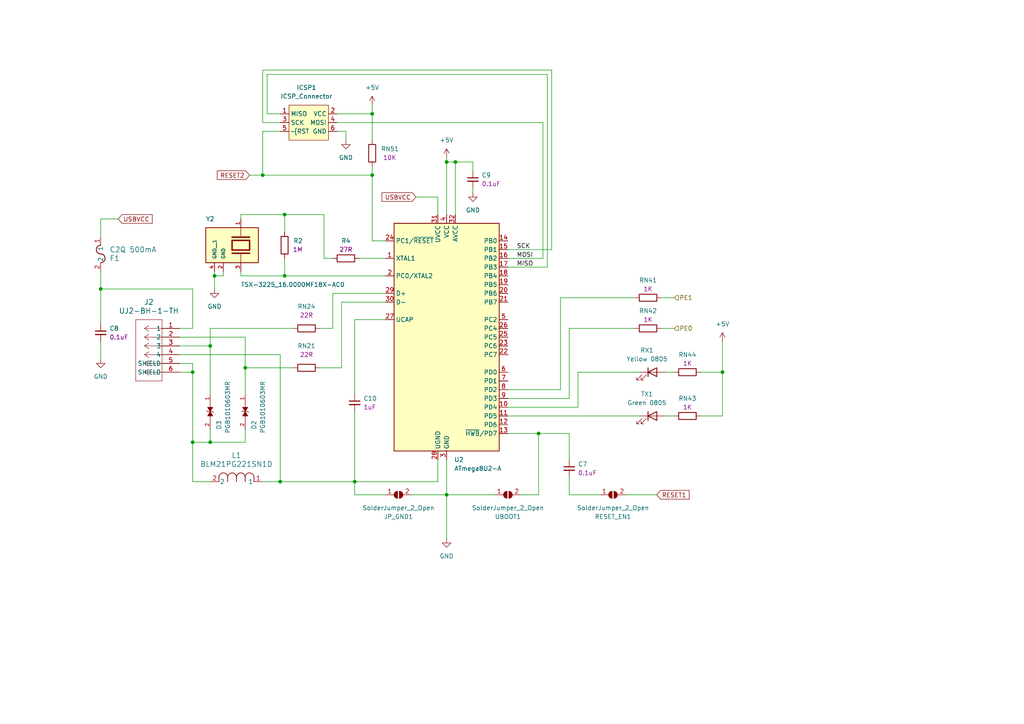
<source format=kicad_sch>
(kicad_sch (version 20250114) (generator "eeschema") (generator_version "9.0")
  (paper "A4")
  (lib_symbols
    (symbol "BelFuse_C2Q500:C2Q_500" (pin_names (offset 0.254))
      (property "Reference" "F" (at 5.08 3.175 0))
      (property "Value" "C2Q 500" (at 5.08 -3.175 0))
      (symbol "C2Q_500_1_1"
        (arc (start 2.54 0) (mid 3.81 1.2645) (end 5.08 0) (stroke (width 0.254)))
        (arc (start 7.62 0) (mid 6.35 -1.2645) (end 5.08 0) (stroke (width 0.254)))
        (pin unspecified line (at 0 0 0) (length 2.54) (name "1") (number "1"))
        (pin unspecified line (at 10.16 0 180) (length 2.54) (name "2") (number "2"))
      )
      (symbol "C2Q_500_1_2"
        (arc (start 0 7.62) (mid 1.2645 6.35) (end 0 5.08) (stroke (width 0.254)))
        (arc (start 0 2.54) (mid -1.2645 3.81) (end 0 5.08) (stroke (width 0.254)))
        (pin unspecified line (at 0 10.16 270) (length 2.54) (name "2") (number "2"))
        (pin unspecified line (at 0 0 90) (length 2.54) (name "1") (number "1"))
      )
    )
    (symbol "CUI_USBtypeB_UJ2-BH-1-TH:UJ2-BH-1-TH" (pin_names (offset 0.254))
      (property "Reference" "J" (at 8.89 6.35 0))
      (property "Value" "UJ2-BH-1-TH" (at 0 0 0))
      (symbol "UJ2-BH-1-TH_1_1"
        (polyline (pts (xy 5.08 2.54) (xy 5.08 -15.24)) (stroke (width 0.127)))
        (polyline (pts (xy 5.08 -15.24) (xy 12.7 -15.24)) (stroke (width 0.127)))
        (polyline (pts (xy 10.16 0) (xy 5.08 0)) (stroke (width 0.127)))
        (polyline (pts (xy 10.16 0) (xy 8.89 0.8467)) (stroke (width 0.127)))
        (polyline (pts (xy 10.16 0) (xy 8.89 -0.8467)) (stroke (width 0.127)))
        (polyline (pts (xy 10.16 -2.54) (xy 5.08 -2.54)) (stroke (width 0.127)))
        (polyline (pts (xy 10.16 -2.54) (xy 8.89 -1.6933)) (stroke (width 0.127)))
        (polyline (pts (xy 10.16 -2.54) (xy 8.89 -3.3867)) (stroke (width 0.127)))
        (polyline (pts (xy 10.16 -5.08) (xy 5.08 -5.08)) (stroke (width 0.127)))
        (polyline (pts (xy 10.16 -5.08) (xy 8.89 -4.2333)) (stroke (width 0.127)))
        (polyline (pts (xy 10.16 -5.08) (xy 8.89 -5.9267)) (stroke (width 0.127)))
        (polyline (pts (xy 10.16 -7.62) (xy 5.08 -7.62)) (stroke (width 0.127)))
        (polyline (pts (xy 10.16 -7.62) (xy 8.89 -6.7733)) (stroke (width 0.127)))
        (polyline (pts (xy 10.16 -7.62) (xy 8.89 -8.4667)) (stroke (width 0.127)))
        (polyline (pts (xy 10.16 -10.16) (xy 5.08 -10.16)) (stroke (width 0.127)))
        (polyline (pts (xy 10.16 -10.16) (xy 8.89 -9.3133)) (stroke (width 0.127)))
        (polyline (pts (xy 10.16 -10.16) (xy 8.89 -11.0067)) (stroke (width 0.127)))
        (polyline (pts (xy 10.16 -12.7) (xy 5.08 -12.7)) (stroke (width 0.127)))
        (polyline (pts (xy 10.16 -12.7) (xy 8.89 -11.8533)) (stroke (width 0.127)))
        (polyline (pts (xy 10.16 -12.7) (xy 8.89 -13.5467)) (stroke (width 0.127)))
        (polyline (pts (xy 12.7 2.54) (xy 5.08 2.54)) (stroke (width 0.127)))
        (polyline (pts (xy 12.7 -15.24) (xy 12.7 2.54)) (stroke (width 0.127)))
        (pin unspecified line (at 0 0 0) (length 5.08) (name "1") (number "1"))
        (pin unspecified line (at 0 -2.54 0) (length 5.08) (name "2") (number "2"))
        (pin unspecified line (at 0 -5.08 0) (length 5.08) (name "3") (number "3"))
        (pin unspecified line (at 0 -7.62 0) (length 5.08) (name "4") (number "4"))
        (pin unspecified line (at 0 -10.16 0) (length 5.08) (name "SHIELD") (number "5"))
        (pin unspecified line (at 0 -12.7 0) (length 5.08) (name "SHIELD") (number "6"))
      )
      (symbol "UJ2-BH-1-TH_1_2"
        (polyline (pts (xy 5.08 2.54) (xy 5.08 -15.24)) (stroke (width 0.127)))
        (polyline (pts (xy 5.08 -15.24) (xy 12.7 -15.24)) (stroke (width 0.127)))
        (polyline (pts (xy 7.62 0) (xy 5.08 0)) (stroke (width 0.127)))
        (polyline (pts (xy 7.62 0) (xy 8.89 0.8467)) (stroke (width 0.127)))
        (polyline (pts (xy 7.62 0) (xy 8.89 -0.8467)) (stroke (width 0.127)))
        (polyline (pts (xy 7.62 -2.54) (xy 5.08 -2.54)) (stroke (width 0.127)))
        (polyline (pts (xy 7.62 -2.54) (xy 8.89 -1.6933)) (stroke (width 0.127)))
        (polyline (pts (xy 7.62 -2.54) (xy 8.89 -3.3867)) (stroke (width 0.127)))
        (polyline (pts (xy 7.62 -5.08) (xy 5.08 -5.08)) (stroke (width 0.127)))
        (polyline (pts (xy 7.62 -5.08) (xy 8.89 -4.2333)) (stroke (width 0.127)))
        (polyline (pts (xy 7.62 -5.08) (xy 8.89 -5.9267)) (stroke (width 0.127)))
        (polyline (pts (xy 7.62 -7.62) (xy 5.08 -7.62)) (stroke (width 0.127)))
        (polyline (pts (xy 7.62 -7.62) (xy 8.89 -6.7733)) (stroke (width 0.127)))
        (polyline (pts (xy 7.62 -7.62) (xy 8.89 -8.4667)) (stroke (width 0.127)))
        (polyline (pts (xy 7.62 -10.16) (xy 5.08 -10.16)) (stroke (width 0.127)))
        (polyline (pts (xy 7.62 -10.16) (xy 8.89 -9.3133)) (stroke (width 0.127)))
        (polyline (pts (xy 7.62 -10.16) (xy 8.89 -11.0067)) (stroke (width 0.127)))
        (polyline (pts (xy 7.62 -12.7) (xy 5.08 -12.7)) (stroke (width 0.127)))
        (polyline (pts (xy 7.62 -12.7) (xy 8.89 -11.8533)) (stroke (width 0.127)))
        (polyline (pts (xy 7.62 -12.7) (xy 8.89 -13.5467)) (stroke (width 0.127)))
        (polyline (pts (xy 12.7 2.54) (xy 5.08 2.54)) (stroke (width 0.127)))
        (polyline (pts (xy 12.7 -15.24) (xy 12.7 2.54)) (stroke (width 0.127)))
        (pin unspecified line (at 0 0 0) (length 5.08) (name "1") (number "1"))
        (pin unspecified line (at 0 -2.54 0) (length 5.08) (name "2") (number "2"))
        (pin unspecified line (at 0 -5.08 0) (length 5.08) (name "3") (number "3"))
        (pin unspecified line (at 0 -7.62 0) (length 5.08) (name "4") (number "4"))
        (pin unspecified line (at 0 -10.16 0) (length 5.08) (name "SHIELD") (number "5"))
        (pin unspecified line (at 0 -12.7 0) (length 5.08) (name "SHIELD") (number "6"))
      )
    )
    (symbol "Device:LED" (pin_numbers (hide yes)) (pin_names (offset 1.016) (hide yes))
      (property "Reference" "D" (at 0 2.54 0))
      (property "Value" "LED" (at 0 -2.54 0))
      (symbol "LED_0_1"
        (polyline (pts (xy -3.048 -0.762) (xy -4.572 -2.286) (xy -3.81 -2.286) (xy -4.572 -2.286) (xy -4.572 -1.524)))
        (polyline (pts (xy -1.778 -0.762) (xy -3.302 -2.286) (xy -2.54 -2.286) (xy -3.302 -2.286) (xy -3.302 -1.524)))
        (polyline (pts (xy -1.27 0) (xy 1.27 0)))
        (polyline (pts (xy -1.27 -1.27) (xy -1.27 1.27)) (stroke (width 0.254)))
        (polyline (pts (xy 1.27 -1.27) (xy 1.27 1.27) (xy -1.27 0) (xy 1.27 -1.27)) (stroke (width 0.254)))
      )
      (symbol "LED_1_1"
        (pin passive line (at -3.81 0 0) (length 2.54) (name "K") (number "1"))
        (pin passive line (at 3.81 0 180) (length 2.54) (name "A") (number "2"))
      )
    )
    (symbol "EPSON-TSX-3225-16MF18X-AC0:TSX-3225_16.0000MF18X-AC0" (pin_names (offset 1.016))
      (property "Reference" "Y" (at -5.0878 6.3559 0))
      (property "Value" "TSX-3225_16.0000MF18X-AC0" (at -5.0944 -12.7 0))
      (symbol "TSX-3225_16.0000MF18X-AC0_0_0"
        (polyline (pts (xy -5.08 0) (xy -2.54 0)) (stroke (width 0.1524)))
        (rectangle (start -5.08 -10.16) (end 5.08 5.08) (stroke (width 0.254)) (fill (type background)))
        (polyline (pts (xy -2.3368 2.54) (xy -2.3368 -2.54)) (stroke (width 0.4064)))
        (polyline (pts (xy -1.397 2.54) (xy -1.397 -2.54)) (stroke (width 0.4064)))
        (polyline (pts (xy -1.397 2.54) (xy 1.397 2.54)) (stroke (width 0.4064)))
        (polyline (pts (xy 1.397 2.54) (xy 1.397 -2.54)) (stroke (width 0.4064)))
        (polyline (pts (xy 1.397 -2.54) (xy -1.397 -2.54)) (stroke (width 0.4064)))
        (polyline (pts (xy 2.3368 2.54) (xy 2.3368 -2.54)) (stroke (width 0.4064)))
        (polyline (pts (xy 2.54 0) (xy 5.08 0)) (stroke (width 0.1524)))
        (pin passive line (at -7.62 0 0) (length 2.54) (name "~") (number "1"))
        (pin passive line (at 7.62 0 180) (length 2.54) (name "~") (number "3"))
        (pin power_in line (at 7.62 -5.08 180) (length 2.54) (name "GND") (number "2"))
        (pin power_in line (at 7.62 -7.62 180) (length 2.54) (name "GND__1") (number "4"))
      )
    )
    (symbol "Jumper:SolderJumper_2_Open" (pin_names (offset 0) (hide yes))
      (property "Reference" "JP" (at 0 2.032 0))
      (property "Value" "SolderJumper_2_Open" (at 0 -2.54 0))
      (symbol "SolderJumper_2_Open_0_1"
        (polyline (pts (xy -0.254 1.016) (xy -0.254 -1.016)))
        (arc (start -0.254 -1.016) (mid -1.2656 0) (end -0.254 1.016))
        (arc (start -0.254 -1.016) (mid -1.2656 0) (end -0.254 1.016) (fill (type outline)))
        (arc (start 0.254 1.016) (mid 1.2656 0) (end 0.254 -1.016))
        (arc (start 0.254 1.016) (mid 1.2656 0) (end 0.254 -1.016) (fill (type outline)))
        (polyline (pts (xy 0.254 1.016) (xy 0.254 -1.016)))
      )
      (symbol "SolderJumper_2_Open_1_1"
        (pin passive line (at -3.81 0 0) (length 2.54) (name "A") (number "1"))
        (pin passive line (at 3.81 0 180) (length 2.54) (name "B") (number "2"))
      )
    )
    (symbol "Littelfuse_DiodeZ-TVS-PGB1010603MR:PGB1010603MR" (pin_names (offset 1.016))
      (property "Reference" "D" (at -5.08 2.54 0))
      (property "Value" "PGB1010603MR" (at -5.08 -5.08 0))
      (symbol "PGB1010603MR_0_0"
        (polyline (pts (xy -1.27 0) (xy -2.54 0)) (stroke (width 0.1524)))
        (polyline (pts (xy 0 0.762) (xy 0.254 1.016)) (stroke (width 0.1524)))
        (polyline (pts (xy 0 0) (xy -1.27 -0.762) (xy -1.27 0.762) (xy 0 0)) (stroke (width 0.1524)) (fill (type outline)))
        (polyline (pts (xy 0 0) (xy 1.27 0.762) (xy 1.27 -0.762) (xy 0 0)) (stroke (width 0.1524)) (fill (type outline)))
        (polyline (pts (xy 0 -0.762) (xy -0.254 -1.016)) (stroke (width 0.1524)))
        (polyline (pts (xy 0 -0.762) (xy 0 0.762)) (stroke (width 0.1524)))
        (polyline (pts (xy 1.27 0) (xy 2.54 0)) (stroke (width 0.1524)))
        (pin passive line (at -5.08 0 0) (length 2.54) (name "~") (number "1"))
        (pin passive line (at 5.08 0 180) (length 2.54) (name "~") (number "2"))
      )
    )
    (symbol "MCU_Microchip_ATmega:ATmega8U2-A"
      (property "Reference" "U" (at -15.24 34.29 0))
      (property "Value" "ATmega8U2-A" (at 2.54 -34.29 0))
      (symbol "ATmega8U2-A_0_1"
        (rectangle (start -15.24 -33.02) (end 15.24 33.02) (stroke (width 0.254)) (fill (type background)))
      )
      (symbol "ATmega8U2-A_1_1"
        (pin bidirectional line (at -17.78 27.94 0) (length 2.54) (name "PC1/~{RESET}") (number "24"))
        (pin input line (at -17.78 22.86 0) (length 2.54) (name "XTAL1") (number "1"))
        (pin bidirectional line (at -17.78 17.78 0) (length 2.54) (name "PC0/XTAL2") (number "2"))
        (pin bidirectional line (at -17.78 12.7 0) (length 2.54) (name "D+") (number "29"))
        (pin bidirectional line (at -17.78 10.16 0) (length 2.54) (name "D-") (number "30"))
        (pin passive line (at -17.78 5.08 0) (length 2.54) (name "UCAP") (number "27"))
        (pin power_in line (at -2.54 35.56 270) (length 2.54) (name "UVCC") (number "31"))
        (pin power_in line (at -2.54 -35.56 90) (length 2.54) (name "UGND") (number "28"))
        (pin power_in line (at 0 35.56 270) (length 2.54) (name "VCC") (number "4"))
        (pin power_in line (at 0 -35.56 90) (length 2.54) (name "GND") (number "3"))
        (pin power_in line (at 2.54 35.56 270) (length 2.54) (name "AVCC") (number "32"))
        (pin bidirectional line (at 17.78 27.94 180) (length 2.54) (name "PB0") (number "14"))
        (pin bidirectional line (at 17.78 25.4 180) (length 2.54) (name "PB1") (number "15"))
        (pin bidirectional line (at 17.78 22.86 180) (length 2.54) (name "PB2") (number "16"))
        (pin bidirectional line (at 17.78 20.32 180) (length 2.54) (name "PB3") (number "17"))
        (pin bidirectional line (at 17.78 17.78 180) (length 2.54) (name "PB4") (number "18"))
        (pin bidirectional line (at 17.78 15.24 180) (length 2.54) (name "PB5") (number "19"))
        (pin bidirectional line (at 17.78 12.7 180) (length 2.54) (name "PB6") (number "20"))
        (pin bidirectional line (at 17.78 10.16 180) (length 2.54) (name "PB7") (number "21"))
        (pin bidirectional line (at 17.78 5.08 180) (length 2.54) (name "PC2") (number "5"))
        (pin bidirectional line (at 17.78 2.54 180) (length 2.54) (name "PC4") (number "26"))
        (pin bidirectional line (at 17.78 0 180) (length 2.54) (name "PC5") (number "25"))
        (pin bidirectional line (at 17.78 -2.54 180) (length 2.54) (name "PC6") (number "23"))
        (pin bidirectional line (at 17.78 -5.08 180) (length 2.54) (name "PC7") (number "22"))
        (pin bidirectional line (at 17.78 -10.16 180) (length 2.54) (name "PD0") (number "6"))
        (pin bidirectional line (at 17.78 -12.7 180) (length 2.54) (name "PD1") (number "7"))
        (pin bidirectional line (at 17.78 -15.24 180) (length 2.54) (name "PD2") (number "8"))
        (pin bidirectional line (at 17.78 -17.78 180) (length 2.54) (name "PD3") (number "9"))
        (pin bidirectional line (at 17.78 -20.32 180) (length 2.54) (name "PD4") (number "10"))
        (pin bidirectional line (at 17.78 -22.86 180) (length 2.54) (name "PD5") (number "11"))
        (pin bidirectional line (at 17.78 -25.4 180) (length 2.54) (name "PD6") (number "12"))
        (pin bidirectional line (at 17.78 -27.94 180) (length 2.54) (name "~{HWB}/PD7") (number "13"))
      )
    )
    (symbol "Murata_BLM21PG221SN1D:BLM21PG221SN1D" (pin_names (offset 0.254))
      (property "Reference" "L" (at 6.985 5.08 0))
      (property "Value" "BLM21PG221SN1D" (at 6.985 -2.54 0))
      (symbol "BLM21PG221SN1D_1_1"
        (polyline (pts (xy 2.54 0) (xy 2.54 1.27)) (stroke (width 0.2032)))
        (arc (start 2.54 1.27) (mid 3.81 2.5345) (end 5.08 1.27) (stroke (width 0.2032)))
        (polyline (pts (xy 5.08 0) (xy 5.08 1.27)) (stroke (width 0.2032)))
        (arc (start 5.08 1.27) (mid 6.35 2.5345) (end 7.62 1.27) (stroke (width 0.2032)))
        (polyline (pts (xy 7.62 0) (xy 7.62 1.27)) (stroke (width 0.2032)))
        (arc (start 7.62 1.27) (mid 8.89 2.5345) (end 10.16 1.27) (stroke (width 0.2032)))
        (polyline (pts (xy 10.16 0) (xy 10.16 1.27)) (stroke (width 0.2032)))
        (arc (start 10.16 1.27) (mid 11.43 2.5345) (end 12.7 1.27) (stroke (width 0.2032)))
        (polyline (pts (xy 12.7 0) (xy 12.7 1.27)) (stroke (width 0.2032)))
        (pin unspecified line (at 0 0 0) (length 2.54) (name "2") (number "2"))
        (pin unspecified line (at 15.24 0 180) (length 2.54) (name "1") (number "1"))
      )
      (symbol "BLM21PG221SN1D_1_2"
        (arc (start -1.27 10.16) (mid -2.5345 11.43) (end -1.27 12.7) (stroke (width 0.2032)))
        (arc (start -1.27 7.62) (mid -2.5345 8.89) (end -1.27 10.16) (stroke (width 0.2032)))
        (arc (start -1.27 5.08) (mid -2.5345 6.35) (end -1.27 7.62) (stroke (width 0.2032)))
        (arc (start -1.27 2.54) (mid -2.5345 3.81) (end -1.27 5.08) (stroke (width 0.2032)))
        (polyline (pts (xy 0 12.7) (xy -1.27 12.7)) (stroke (width 0.2032)))
        (polyline (pts (xy 0 10.16) (xy -1.27 10.16)) (stroke (width 0.2032)))
        (polyline (pts (xy 0 7.62) (xy -1.27 7.62)) (stroke (width 0.2032)))
        (polyline (pts (xy 0 5.08) (xy -1.27 5.08)) (stroke (width 0.2032)))
        (polyline (pts (xy 0 2.54) (xy -1.27 2.54)) (stroke (width 0.2032)))
        (pin unspecified line (at 0 15.24 270) (length 2.54) (name "1") (number "1"))
        (pin unspecified line (at 0 0 90) (length 2.54) (name "2") (number "2"))
      )
    )
    (symbol "PCM_4ms_Capacitor:100nF_0603_16V" (pin_numbers (hide yes)) (pin_names (offset 0.254) (hide yes))
      (property "Reference" "C" (at 1.905 1.27 0))
      (property "Display" "0.1uF" (at 1.905 -1.27 0))
      (symbol "100nF_0603_16V_0_1"
        (polyline (pts (xy -1.524 0.508) (xy 1.524 0.508)) (stroke (width 0.3048)))
        (polyline (pts (xy -1.524 -0.508) (xy 1.524 -0.508)) (stroke (width 0.3302)))
      )
      (symbol "100nF_0603_16V_1_1"
        (pin passive line (at 0 2.54 270) (length 2.032) (name "~") (number "1"))
        (pin passive line (at 0 -2.54 90) (length 2.032) (name "~") (number "2"))
      )
    )
    (symbol "PCM_Resistor_AKL:R_0603" (pin_numbers (hide yes)) (pin_names (offset 0))
      (property "Reference" "R" (at 2.54 1.27 0))
      (property "Value" "R_0603" (at 2.54 -1.27 0))
      (symbol "R_0603_0_1"
        (rectangle (start -1.016 -2.54) (end 1.016 2.54) (stroke (width 0.254)))
      )
      (symbol "R_0603_1_1"
        (pin passive line (at 0 3.81 270) (length 1.27) (name "~") (number "1"))
        (pin passive line (at 0 -3.81 90) (length 1.27) (name "~") (number "2"))
      )
    )
    (symbol "PCM_SL_Connectors:ICSP_Connector"
      (property "Reference" "J" (at 0 8.89 0))
      (property "Value" "ICSP_Connector" (at 0 6.35 0))
      (symbol "ICSP_Connector_0_1"
        (rectangle (start -5.08 5.08) (end 6.35 -5.08) (fill (type background)))
        (rectangle (start 10.16 1.27) (end 10.16 1.27))
      )
      (symbol "ICSP_Connector_1_1"
        (pin bidirectional line (at -7.62 2.54 0) (length 2.54) (name "MISO") (number "1"))
        (pin input line (at -7.62 0 0) (length 2.54) (name "SCK") (number "3"))
        (pin input line (at -7.62 -2.54 0) (length 2.54) (name "~{RST") (number "5"))
        (pin power_in line (at 8.89 2.54 180) (length 2.54) (name "VCC") (number "2"))
        (pin bidirectional line (at 8.89 0 180) (length 2.54) (name "MOSI") (number "4"))
        (pin power_in line (at 8.89 -2.54 180) (length 2.54) (name "GND") (number "6"))
      )
    )
    (symbol "power:+5V" (power) (pin_names (offset 0))
      (property "Value" "+5V" (at 0 3.556 0))
      (symbol "+5V_0_1"
        (polyline (pts (xy -0.762 1.27) (xy 0 2.54)))
        (polyline (pts (xy 0 2.54) (xy 0.762 1.27)))
        (polyline (pts (xy 0 0) (xy 0 2.54)))
      )
      (symbol "+5V_1_1"
        (pin power_in line (at 0 0 90) (length 0) (hide yes) (name "+5V") (number "1"))
      )
    )
    (symbol "power:GND" (power) (pin_names (offset 0))
      (property "Value" "GND" (at 0 -3.81 0))
      (symbol "GND_0_1"
        (polyline (pts (xy 0 0) (xy 0 -1.27) (xy 1.27 -1.27) (xy 0 -2.54) (xy -1.27 -1.27) (xy 0 -1.27)))
      )
      (symbol "GND_1_1"
        (pin power_in line (at 0 0 270) (length 0) (hide yes) (name "GND") (number "1"))
      )
    )
  )
  (junction (at 62.23 80.01))
  (junction (at 82.55 80.01))
  (junction (at 129.54 46.99))
  (junction (at 107.95 50.8))
  (junction (at 55.88 128.27))
  (junction (at 55.88 107.95))
  (junction (at 71.12 106.68))
  (junction (at 129.54 143.51))
  (junction (at 209.55 107.95))
  (junction (at 102.87 139.7))
  (junction (at 156.21 125.73))
  (junction (at 29.21 83.82))
  (junction (at 81.28 139.7))
  (junction (at 107.95 33.02))
  (junction (at 60.96 128.27))
  (junction (at 76.2 50.8))
  (junction (at 132.08 46.99))
  (junction (at 60.96 100.33))
  (junction (at 82.55 62.23))
  (wire (pts (xy 158.75 21.59) (xy 158.75 77.47)))
  (wire (pts (xy 55.88 105.41) (xy 55.88 107.95)))
  (wire (pts (xy 107.95 33.02) (xy 107.95 40.64)))
  (wire (pts (xy 165.1 95.25) (xy 165.1 115.57)))
  (wire (pts (xy 102.87 119.38) (xy 102.87 139.7)))
  (wire (pts (xy 69.85 80.01) (xy 82.55 80.01)))
  (wire (pts (xy 52.07 107.95) (xy 55.88 107.95)))
  (wire (pts (xy 29.21 78.74) (xy 29.21 83.82)))
  (wire (pts (xy 119.38 143.51) (xy 129.54 143.51)))
  (wire (pts (xy 120.65 57.15) (xy 127 57.15)))
  (wire (pts (xy 52.07 100.33) (xy 60.96 100.33)))
  (wire (pts (xy 137.16 49.53) (xy 137.16 46.99)))
  (wire (pts (xy 99.06 87.63) (xy 99.06 106.68)))
  (wire (pts (xy 55.88 95.25) (xy 55.88 83.82)))
  (wire (pts (xy 76.2 35.56) (xy 76.2 20.32)))
  (wire (pts (xy 127 139.7) (xy 102.87 139.7)))
  (wire (pts (xy 107.95 48.26) (xy 107.95 50.8)))
  (wire (pts (xy 69.85 62.23) (xy 82.55 62.23)))
  (wire (pts (xy 62.23 80.01) (xy 62.23 83.82)))
  (wire (pts (xy 209.55 107.95) (xy 209.55 120.65)))
  (wire (pts (xy 129.54 45.72) (xy 129.54 46.99)))
  (wire (pts (xy 184.15 86.36) (xy 162.56 86.36)))
  (wire (pts (xy 69.85 62.23) (xy 69.85 63.5)))
  (wire (pts (xy 93.98 74.93) (xy 93.98 62.23)))
  (wire (pts (xy 29.21 99.06) (xy 29.21 104.14)))
  (wire (pts (xy 81.28 139.7) (xy 81.28 102.87)))
  (wire (pts (xy 107.95 30.48) (xy 107.95 33.02)))
  (wire (pts (xy 60.96 95.25) (xy 85.09 95.25)))
  (wire (pts (xy 77.47 33.02) (xy 77.47 21.59)))
  (wire (pts (xy 158.75 77.47) (xy 147.32 77.47)))
  (wire (pts (xy 72.39 50.8) (xy 76.2 50.8)))
  (wire (pts (xy 147.32 118.11) (xy 167.64 118.11)))
  (wire (pts (xy 160.02 72.39) (xy 147.32 72.39)))
  (wire (pts (xy 129.54 143.51) (xy 143.51 143.51)))
  (wire (pts (xy 165.1 133.35) (xy 165.1 125.73)))
  (wire (pts (xy 69.85 78.74) (xy 69.85 80.01)))
  (wire (pts (xy 71.12 124.46) (xy 71.12 128.27)))
  (wire (pts (xy 147.32 120.65) (xy 185.42 120.65)))
  (wire (pts (xy 181.61 143.51) (xy 190.5 143.51)))
  (wire (pts (xy 193.04 107.95) (xy 195.58 107.95)))
  (wire (pts (xy 132.08 62.23) (xy 132.08 46.99)))
  (wire (pts (xy 195.58 86.36) (xy 191.77 86.36)))
  (wire (pts (xy 60.96 139.7) (xy 55.88 139.7)))
  (wire (pts (xy 52.07 97.79) (xy 71.12 97.79)))
  (wire (pts (xy 81.28 102.87) (xy 52.07 102.87)))
  (wire (pts (xy 34.29 63.5) (xy 29.21 63.5)))
  (wire (pts (xy 157.48 35.56) (xy 157.48 74.93)))
  (wire (pts (xy 102.87 143.51) (xy 111.76 143.51)))
  (wire (pts (xy 165.1 125.73) (xy 156.21 125.73)))
  (wire (pts (xy 107.95 50.8) (xy 107.95 69.85)))
  (wire (pts (xy 76.2 35.56) (xy 81.28 35.56)))
  (wire (pts (xy 97.79 33.02) (xy 107.95 33.02)))
  (wire (pts (xy 29.21 83.82) (xy 29.21 93.98)))
  (wire (pts (xy 151.13 143.51) (xy 156.21 143.51)))
  (wire (pts (xy 132.08 46.99) (xy 137.16 46.99)))
  (wire (pts (xy 184.15 95.25) (xy 165.1 95.25)))
  (wire (pts (xy 76.2 20.32) (xy 160.02 20.32)))
  (wire (pts (xy 209.55 120.65) (xy 203.2 120.65)))
  (wire (pts (xy 96.52 74.93) (xy 93.98 74.93)))
  (wire (pts (xy 195.58 95.25) (xy 191.77 95.25)))
  (wire (pts (xy 64.77 80.01) (xy 64.77 78.74)))
  (wire (pts (xy 82.55 74.93) (xy 82.55 80.01)))
  (wire (pts (xy 127 133.35) (xy 127 139.7)))
  (wire (pts (xy 111.76 69.85) (xy 107.95 69.85)))
  (wire (pts (xy 209.55 99.06) (xy 209.55 107.95)))
  (wire (pts (xy 193.04 120.65) (xy 195.58 120.65)))
  (wire (pts (xy 129.54 143.51) (xy 129.54 156.21)))
  (wire (pts (xy 77.47 33.02) (xy 81.28 33.02)))
  (wire (pts (xy 97.79 38.1) (xy 100.33 38.1)))
  (wire (pts (xy 76.2 38.1) (xy 81.28 38.1)))
  (wire (pts (xy 62.23 78.74) (xy 62.23 80.01)))
  (wire (pts (xy 82.55 80.01) (xy 111.76 80.01)))
  (wire (pts (xy 60.96 95.25) (xy 60.96 100.33)))
  (wire (pts (xy 60.96 100.33) (xy 60.96 114.3)))
  (wire (pts (xy 162.56 113.03) (xy 147.32 113.03)))
  (wire (pts (xy 132.08 46.99) (xy 129.54 46.99)))
  (wire (pts (xy 111.76 92.71) (xy 102.87 92.71)))
  (wire (pts (xy 60.96 128.27) (xy 71.12 128.27)))
  (wire (pts (xy 129.54 133.35) (xy 129.54 143.51)))
  (wire (pts (xy 76.2 139.7) (xy 81.28 139.7)))
  (wire (pts (xy 160.02 20.32) (xy 160.02 72.39)))
  (wire (pts (xy 60.96 124.46) (xy 60.96 128.27)))
  (wire (pts (xy 165.1 143.51) (xy 173.99 143.51)))
  (wire (pts (xy 156.21 125.73) (xy 156.21 143.51)))
  (wire (pts (xy 71.12 106.68) (xy 71.12 114.3)))
  (wire (pts (xy 167.64 107.95) (xy 185.42 107.95)))
  (wire (pts (xy 29.21 63.5) (xy 29.21 68.58)))
  (wire (pts (xy 55.88 107.95) (xy 55.88 128.27)))
  (wire (pts (xy 165.1 138.43) (xy 165.1 143.51)))
  (wire (pts (xy 102.87 143.51) (xy 102.87 139.7)))
  (wire (pts (xy 62.23 80.01) (xy 64.77 80.01)))
  (wire (pts (xy 102.87 92.71) (xy 102.87 114.3)))
  (wire (pts (xy 147.32 125.73) (xy 156.21 125.73)))
  (wire (pts (xy 129.54 46.99) (xy 129.54 62.23)))
  (wire (pts (xy 104.14 74.93) (xy 111.76 74.93)))
  (wire (pts (xy 76.2 50.8) (xy 107.95 50.8)))
  (wire (pts (xy 76.2 38.1) (xy 76.2 50.8)))
  (wire (pts (xy 93.98 62.23) (xy 82.55 62.23)))
  (wire (pts (xy 165.1 115.57) (xy 147.32 115.57)))
  (wire (pts (xy 167.64 118.11) (xy 167.64 107.95)))
  (wire (pts (xy 127 57.15) (xy 127 62.23)))
  (wire (pts (xy 82.55 62.23) (xy 82.55 67.31)))
  (wire (pts (xy 162.56 86.36) (xy 162.56 113.03)))
  (wire (pts (xy 157.48 74.93) (xy 147.32 74.93)))
  (wire (pts (xy 55.88 139.7) (xy 55.88 128.27)))
  (wire (pts (xy 96.52 85.09) (xy 96.52 95.25)))
  (wire (pts (xy 60.96 128.27) (xy 55.88 128.27)))
  (wire (pts (xy 81.28 139.7) (xy 102.87 139.7)))
  (wire (pts (xy 97.79 35.56) (xy 157.48 35.56)))
  (wire (pts (xy 100.33 40.64) (xy 100.33 38.1)))
  (wire (pts (xy 52.07 95.25) (xy 55.88 95.25)))
  (wire (pts (xy 203.2 107.95) (xy 209.55 107.95)))
  (wire (pts (xy 111.76 85.09) (xy 96.52 85.09)))
  (wire (pts (xy 137.16 54.61) (xy 137.16 55.88)))
  (wire (pts (xy 71.12 106.68) (xy 71.12 97.79)))
  (wire (pts (xy 52.07 105.41) (xy 55.88 105.41)))
  (wire (pts (xy 111.76 87.63) (xy 99.06 87.63)))
  (wire (pts (xy 96.52 95.25) (xy 92.71 95.25)))
  (wire (pts (xy 77.47 21.59) (xy 158.75 21.59)))
  (wire (pts (xy 92.71 106.68) (xy 99.06 106.68)))
  (wire (pts (xy 55.88 83.82) (xy 29.21 83.82)))
  (wire (pts (xy 71.12 106.68) (xy 85.09 106.68)))
  (label "MOSI" (at 149.86 74.93 0))
  (label "SCK" (at 149.86 72.39 0))
  (label "MISO" (at 149.86 77.47 0))
  (global_label "USBVCC" (shape input) (at 120.65 57.15 180) (property "Intersheetrefs" "${INTERSHEET_REFS}" (effects (hide yes))))
  (global_label "USBVCC" (shape input) (at 34.29 63.5 0) (property "Intersheetrefs" "${INTERSHEET_REFS}" (effects (hide yes))))
  (global_label "RESET2" (shape input) (at 72.39 50.8 180) (property "Intersheetrefs" "${INTERSHEET_REFS}" (effects (hide yes))))
  (global_label "RESET1" (shape input) (at 190.5 143.51 0) (property "Intersheetrefs" "${INTERSHEET_REFS}" (effects (hide yes))))
  (hierarchical_label "PE0" (shape input) (at 195.58 95.25 0))
  (hierarchical_label "PE1" (shape input) (at 195.58 86.36 0))
  (symbol (lib_id "PCM_Resistor_AKL:R_0603") (at 199.39 120.65 90) (unit 1)
    (property "Reference" "RN43" (at 199.39 115.57 90))
    (property "Value" "1K_0603" (effects (hide yes)))
    (property "Footprint" "PCM_Resistor_SMD_AKL:R_0603_1608Metric" (effects (hide yes)))
    (property "Display" "1K" (at 199.39 118.11 90))
  )
  (symbol (lib_id "Device:LED") (at 189.23 120.65 0) (unit 1)
    (property "Reference" "TX1" (at 187.6425 114.3 0))
    (property "Value" "Green 0805" (at 187.6425 116.84 0))
    (property "Footprint" "LED_SMD:LED_0805_2012Metric" (effects (hide yes)))
  )
  (symbol (lib_id "Jumper:SolderJumper_2_Open") (at 115.57 143.51 0) (mirror x) (unit 1)
    (property "Reference" "JP_GND1" (at 115.57 149.86 0))
    (property "Value" "SolderJumper_2_Open" (at 115.57 147.32 0))
    (property "Footprint" "Connector_PinHeader_2.54mm:PinHeader_1x02_P2.54mm_Vertical" (effects (hide yes)))
  )
  (symbol (lib_id "Jumper:SolderJumper_2_Open") (at 147.32 143.51 0) (mirror x) (unit 1)
    (property "Reference" "UBOOT1" (at 147.32 149.86 0))
    (property "Value" "SolderJumper_2_Open" (at 147.32 147.32 0))
    (property "Footprint" "Connector_PinHeader_2.54mm:PinHeader_1x02_P2.54mm_Vertical" (effects (hide yes)))
  )
  (symbol (lib_id "CUI_USBtypeB_UJ2-BH-1-TH:UJ2-BH-1-TH") (at 52.07 95.25 0) (mirror y) (unit 1)
    (property "Reference" "J2" (at 43.18 87.63 0) (effects (font (size 1.524 1.524))))
    (property "Value" "UJ2-BH-1-TH" (at 43.18 90.17 0) (effects (font (size 1.524 1.524))))
    (property "Footprint" "CUI_USBtypeB_UJ2-BH-1-TH:UJ2-BH-1-TH_CUD" (effects (hide yes)))
    (property "Datasheet" "UJ2-BH-1-TH" (effects (hide yes)))
  )
  (symbol (lib_id "PCM_Resistor_AKL:R_0603") (at 187.96 95.25 90) (unit 1)
    (property "Reference" "RN42" (at 187.96 90.17 90))
    (property "Value" "1K_0603" (effects (hide yes)))
    (property "Footprint" "PCM_Resistor_SMD_AKL:R_0603_1608Metric" (effects (hide yes)))
    (property "Display" "1K" (at 187.96 92.71 90))
  )
  (symbol (lib_id "PCM_Resistor_AKL:R_0603") (at 100.33 74.93 90) (unit 1)
    (property "Reference" "R4" (at 100.33 69.85 90))
    (property "Value" "27R_0603" (effects (hide yes)))
    (property "Footprint" "PCM_Resistor_SMD_AKL:R_0603_1608Metric" (effects (hide yes)))
    (property "Display" "27R" (at 100.33 72.39 90))
  )
  (symbol (lib_id "PCM_4ms_Capacitor:100nF_0603_16V") (at 29.21 96.52 0) (unit 1)
    (property "Reference" "C8" (at 31.75 95.2563 0) (effects (justify left)))
    (property "Value" "100nF_0603_16V" (effects (hide yes)))
    (property "Footprint" "PCM_4ms_Capacitor:C_0603" (effects (hide yes)))
    (property "Specifications" "0.1uF, Min. 16V 10%, X7R or X5R or similar" (effects (hide yes)))
    (property "Manufacturer" "AVX Corporation" (effects (hide yes)))
    (property "Part Number" "0603YC104KAT2A" (effects (hide yes)))
    (property "Display" "0.1uF" (at 31.75 97.7963 0) (effects (justify left)))
    (property "JLCPCB ID" "C14663" (effects (hide yes)))
  )
  (symbol (lib_id "PCM_Resistor_AKL:R_0603") (at 82.55 71.12 180) (unit 1)
    (property "Reference" "R2" (at 85.09 69.85 0) (effects (justify right)))
    (property "Value" "1M_0603" (effects (hide yes)))
    (property "Footprint" "PCM_Resistor_SMD_AKL:R_0603_1608Metric" (effects (hide yes)))
    (property "Display" "1M" (at 86.36 72.39 0))
  )
  (symbol (lib_id "PCM_Resistor_AKL:R_0603") (at 88.9 106.68 90) (unit 1)
    (property "Reference" "RN21" (at 88.9 100.33 90))
    (property "Value" "22R_0603" (effects (hide yes)))
    (property "Footprint" "PCM_Resistor_SMD_AKL:R_0603_1608Metric" (effects (hide yes)))
    (property "Display" "22R" (at 88.9 102.87 90))
  )
  (symbol (lib_id "PCM_4ms_Capacitor:100nF_0603_16V") (at 165.1 135.89 0) (unit 1)
    (property "Reference" "C7" (at 167.64 134.6263 0) (effects (justify left)))
    (property "Value" "100nF_0603_16V" (effects (hide yes)))
    (property "Footprint" "PCM_4ms_Capacitor:C_0603" (effects (hide yes)))
    (property "Specifications" "0.1uF, Min. 16V 10%, X7R or X5R or similar" (effects (hide yes)))
    (property "Manufacturer" "AVX Corporation" (effects (hide yes)))
    (property "Part Number" "0603YC104KAT2A" (effects (hide yes)))
    (property "Display" "0.1uF" (at 167.64 137.1663 0) (effects (justify left)))
    (property "JLCPCB ID" "C14663" (effects (hide yes)))
  )
  (symbol (lib_id "MCU_Microchip_ATmega:ATmega8U2-A") (at 129.54 97.79 0) (unit 1)
    (property "Reference" "U2" (at 131.7341 133.35 0) (effects (justify left)))
    (property "Value" "ATmega8U2-A" (at 131.7341 135.89 0) (effects (justify left)))
    (property "Footprint" "Package_QFP:TQFP-32_7x7mm_P0.8mm" (effects (hide yes)))
    (property "Datasheet" "http://ww1.microchip.com/downloads/en/DeviceDoc/doc7799.pdf" (effects (hide yes)))
  )
  (symbol (lib_id "power:GND") (at 129.54 156.21 0) (unit 1)
    (property "Reference" "#PWR019" (effects (hide yes)))
    (property "Value" "GND" (at 129.54 161.29 0))
  )
  (symbol (lib_id "Littelfuse_DiodeZ-TVS-PGB1010603MR:PGB1010603MR") (at 71.12 119.38 270) (unit 1)
    (property "Reference" "D2" (at 73.66 121.92 0) (effects (justify left)))
    (property "Value" "PGB1010603MR" (at 76.2 110.49 0) (effects (justify left)))
    (property "Footprint" "Littelfuse_DiodeZ-TVS-PGB1010603MR:DIOC1608X36N" (effects (hide yes)))
    (property "PARTREV" "07/27/15" (effects (hide yes)))
    (property "STANDARD" "Manufacturer recommendations" (effects (hide yes)))
    (property "MAXIMUM_PACKAGE_HEIGHT" "0.36 mm" (effects (hide yes)))
    (property "MANUFACTURER" "Littelfuse Inc." (effects (hide yes)))
  )
  (symbol (lib_id "power:GND") (at 100.33 40.64 0) (unit 1)
    (property "Reference" "#PWR06" (effects (hide yes)))
    (property "Value" "GND" (at 100.33 45.72 0))
  )
  (symbol (lib_id "BelFuse_C2Q500:C2Q_500") (at 29.21 68.58 90) (mirror x) (unit 1)
    (property "Reference" "F1" (at 31.75 74.93 90) (effects (font (size 1.524 1.524)) (justify right)))
    (property "Value" "C2Q 500mA" (at 31.75 72.39 90) (effects (font (size 1.524 1.524)) (justify right)))
    (property "Footprint" "BelFuse_C2Q500:C2_BEL" (effects (hide yes)))
    (property "Datasheet" "C2Q 500" (effects (hide yes)))
  )
  (symbol (lib_id "PCM_Resistor_AKL:R_0603") (at 199.39 107.95 90) (unit 1)
    (property "Reference" "RN44" (at 199.39 102.87 90))
    (property "Value" "1K_0603" (effects (hide yes)))
    (property "Footprint" "PCM_Resistor_SMD_AKL:R_0603_1608Metric" (effects (hide yes)))
    (property "Display" "1K" (at 199.39 105.41 90))
  )
  (symbol (lib_id "EPSON-TSX-3225-16MF18X-AC0:TSX-3225_16.0000MF18X-AC0") (at 69.85 71.12 270) (unit 1)
    (property "Reference" "Y2" (at 59.69 63.5 90) (effects (justify left)))
    (property "Value" "TSX-3225_16.0000MF18X-AC0" (at 69.85 82.55 90) (effects (justify left)))
    (property "Footprint" "EPSON_TSX-3225-16MF18X-AC0:XTAL_TSX-3225_16.0000MF18X-AC0" (effects (hide yes)))
    (property "PARTREV" "N/A" (effects (hide yes)))
    (property "STANDARD" "Manufacturer Recommendations" (effects (hide yes)))
    (property "MAXIMUM_PACKAGE_HEIGHT" "0.6 mm" (effects (hide yes)))
    (property "MANUFACTURER" "EPSON" (effects (hide yes)))
  )
  (symbol (lib_id "PCM_Resistor_AKL:R_0603") (at 187.96 86.36 90) (unit 1)
    (property "Reference" "RN41" (at 187.96 81.28 90))
    (property "Value" "1K_0603" (effects (hide yes)))
    (property "Footprint" "PCM_Resistor_SMD_AKL:R_0603_1608Metric" (effects (hide yes)))
    (property "Display" "1K" (at 187.96 83.82 90))
  )
  (symbol (lib_id "Device:LED") (at 189.23 107.95 0) (unit 1)
    (property "Reference" "RX1" (at 187.6425 101.6 0))
    (property "Value" "Yellow 0805" (at 187.6425 104.14 0))
    (property "Footprint" "LED_SMD:LED_0805_2012Metric" (effects (hide yes)))
  )
  (symbol (lib_id "PCM_4ms_Capacitor:100nF_0603_16V") (at 137.16 52.07 0) (unit 1)
    (property "Reference" "C9" (at 139.7 50.8063 0) (effects (justify left)))
    (property "Value" "100nF_0603_16V" (effects (hide yes)))
    (property "Footprint" "PCM_4ms_Capacitor:C_0603" (effects (hide yes)))
    (property "Specifications" "0.1uF, Min. 16V 10%, X7R or X5R or similar" (effects (hide yes)))
    (property "Manufacturer" "AVX Corporation" (effects (hide yes)))
    (property "Part Number" "0603YC104KAT2A" (effects (hide yes)))
    (property "Display" "0.1uF" (at 139.7 53.3463 0) (effects (justify left)))
    (property "JLCPCB ID" "C14663" (effects (hide yes)))
  )
  (symbol (lib_id "power:GND") (at 62.23 83.82 0) (unit 1)
    (property "Reference" "#PWR05" (effects (hide yes)))
    (property "Value" "GND" (at 62.23 88.9 0))
  )
  (symbol (lib_id "PCM_Resistor_AKL:R_0603") (at 88.9 95.25 270) (unit 1)
    (property "Reference" "RN24" (at 88.9 88.9 90))
    (property "Value" "22R_0603" (effects (hide yes)))
    (property "Footprint" "PCM_Resistor_SMD_AKL:R_0603_1608Metric" (effects (hide yes)))
    (property "Display" "22R" (at 88.9 91.44 90))
  )
  (symbol (lib_id "Littelfuse_DiodeZ-TVS-PGB1010603MR:PGB1010603MR") (at 60.96 119.38 270) (unit 1)
    (property "Reference" "D3" (at 63.5 121.92 0) (effects (justify left)))
    (property "Value" "PGB1010603MR" (at 66.04 110.49 0) (effects (justify left)))
    (property "Footprint" "Littelfuse_DiodeZ-TVS-PGB1010603MR:DIOC1608X36N" (effects (hide yes)))
    (property "PARTREV" "07/27/15" (effects (hide yes)))
    (property "STANDARD" "Manufacturer recommendations" (effects (hide yes)))
    (property "MAXIMUM_PACKAGE_HEIGHT" "0.36 mm" (effects (hide yes)))
    (property "MANUFACTURER" "Littelfuse Inc." (effects (hide yes)))
  )
  (symbol (lib_id "power:GND") (at 29.21 104.14 0) (unit 1)
    (property "Reference" "#PWR020" (effects (hide yes)))
    (property "Value" "GND" (at 29.21 109.22 0))
  )
  (symbol (lib_id "Murata_BLM21PG221SN1D:BLM21PG221SN1D") (at 60.96 139.7 0) (unit 1)
    (property "Reference" "L1" (at 68.58 132.08 0) (effects (font (size 1.524 1.524))))
    (property "Value" "BLM21PG221SN1D" (at 68.58 134.62 0) (effects (font (size 1.524 1.524))))
    (property "Footprint" "Murata_BLM21PG221SN1D:IND_BLM21_MUR" (effects (hide yes)))
    (property "Datasheet" "BLM21PG221SN1D" (effects (hide yes)))
  )
  (symbol (lib_id "Jumper:SolderJumper_2_Open") (at 177.8 143.51 0) (mirror x) (unit 1)
    (property "Reference" "RESET_EN1" (at 177.8 149.86 0))
    (property "Value" "SolderJumper_2_Open" (at 177.8 147.32 0))
    (property "Footprint" "Connector_PinHeader_2.54mm:PinHeader_1x02_P2.54mm_Vertical" (effects (hide yes)))
  )
  (symbol (lib_id "PCM_SL_Connectors:ICSP_Connector") (at 88.9 35.56 0) (unit 1)
    (property "Reference" "ICSP1" (at 88.9 25.4 0))
    (property "Value" "ICSP_Connector" (at 88.9 27.94 0))
    (property "Footprint" "Connector_PinHeader_2.54mm:PinHeader_2x03_P2.54mm_Vertical" (effects (hide yes)))
  )
  (symbol (lib_id "power:+5V") (at 107.95 30.48 0) (unit 1)
    (property "Reference" "#PWR07" (effects (hide yes)))
    (property "Value" "+5V" (at 107.95 25.4 0))
  )
  (symbol (lib_id "power:+5V") (at 209.55 99.06 0) (unit 1)
    (property "Reference" "#PWR021" (effects (hide yes)))
    (property "Value" "+5V" (at 209.55 93.98 0))
  )
  (symbol (lib_id "power:GND") (at 137.16 55.88 0) (unit 1)
    (property "Reference" "#PWR018" (effects (hide yes)))
    (property "Value" "GND" (at 137.16 60.96 0))
  )
  (symbol (lib_id "power:+5V") (at 129.54 45.72 0) (unit 1)
    (property "Reference" "#PWR017" (effects (hide yes)))
    (property "Value" "+5V" (at 129.54 40.64 0))
  )
  (symbol (lib_id "PCM_Resistor_AKL:R_0603") (at 107.95 44.45 180) (unit 1)
    (property "Reference" "RN51" (at 110.49 43.18 0) (effects (justify right)))
    (property "Value" "10K_0603" (effects (hide yes)))
    (property "Footprint" "PCM_Resistor_SMD_AKL:R_0603_1608Metric" (effects (hide yes)))
    (property "Display" "10K" (at 113.03 45.72 0))
  )
  (symbol (lib_id "PCM_4ms_Capacitor:100nF_0603_16V") (at 102.87 116.84 0) (unit 1)
    (property "Reference" "C10" (at 105.41 115.5763 0) (effects (justify left)))
    (property "Value" "100nF_0603_16V" (effects (hide yes)))
    (property "Footprint" "PCM_4ms_Capacitor:C_0603" (effects (hide yes)))
    (property "Specifications" "0.1uF, Min. 16V 10%, X7R or X5R or similar" (effects (hide yes)))
    (property "Manufacturer" "AVX Corporation" (effects (hide yes)))
    (property "Part Number" "0603YC104KAT2A" (effects (hide yes)))
    (property "Display" "1uF" (at 105.41 118.1163 0) (effects (justify left)))
    (property "JLCPCB ID" "C14663" (effects (hide yes)))
  )
)
</source>
